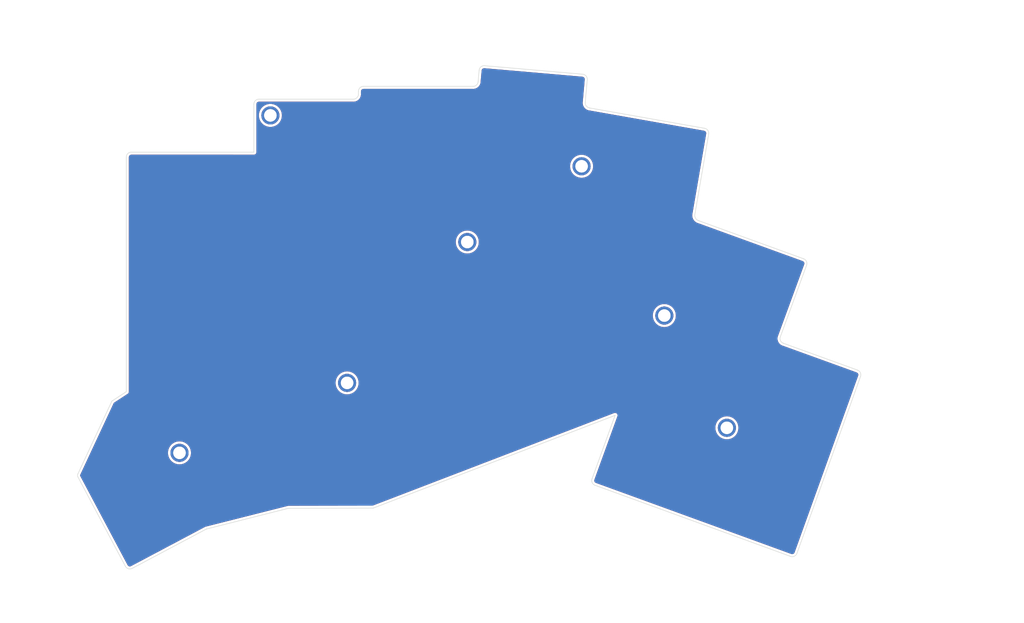
<source format=kicad_pcb>
(kicad_pcb (version 20210228) (generator pcbnew)
  (title_block (title "Bottom Plate - Enlarged") (date "2021-12-03") (rev "rev1"))
  (layers (0 "F.Cu" signal) (31 "B.Cu" signal) (34 "B.Paste" user) (35 "F.Paste" user) (36 "B.SilkS" user "B.Silkscreen") (37 "F.SilkS" user "F.Silkscreen") (38 "B.Mask" user) (39 "F.Mask" user) (44 "Edge.Cuts" user))
  (net 0 "")
  (footprint "kbd:M2_Hole_TH" (layer "F.Cu") (at 83.078383 106.483765)
    (fp_text reference "" (at 0 -3.2) (layer "F.SilkS"))
    (fp_text value "")
    (pad "" thru_hole circle (at 0 0) (size 3.6 3.6) (drill 2.5) (layers *.Cu *.Mask))
  )
  (footprint "" (layer "F.Cu") (at 163.638383 49.023765)
    (fp_text reference "" (at 0 0) (layer "F.SilkS") (effects (font (size 1.27 1.27))))
    (fp_text value "" (at 0 0) (layer "F.SilkS") (effects (font (size 1.27 1.27))))
    (pad "" thru_hole circle (at 0 0) (size 3.6 3.6) (drill 2.5) (layers *.Cu *.Mask))
  )
  (footprint "kbd:M2_Hole_TH" (layer "F.Cu") (at 192.747304 101.463765)
    (fp_text reference "" (at 0 -3.2) (layer "F.SilkS"))
    (fp_text value "")
    (pad "" thru_hole circle (at 0 0) (size 3.6 3.6) (drill 2.5) (layers *.Cu *.Mask))
  )
  (footprint "" (layer "F.Cu") (at 83.078383 106.483765)
    (fp_text reference "" (at 0 0) (layer "F.SilkS") (effects (font (size 1.27 1.27))))
    (fp_text value "" (at 0 0) (layer "F.SilkS") (effects (font (size 1.27 1.27))))
    (pad "" thru_hole circle (at 0 0) (size 3.6 3.6) (drill 2.5) (layers *.Cu *.Mask))
  )
  (footprint "kbd:M2_Hole_TH" (layer "F.Cu") (at 116.658383 92.453765)
    (fp_text reference "" (at 0 -3.2) (layer "F.SilkS"))
    (fp_text value "")
    (pad "" thru_hole circle (at 0 0) (size 3.6 3.6) (drill 2.5) (layers *.Cu *.Mask))
  )
  (footprint "kbd:M2_Hole_TH" (layer "F.Cu") (at 163.638383 49.023765)
    (fp_text reference "" (at 0 -3.2) (layer "F.SilkS"))
    (fp_text value "")
    (pad "" thru_hole circle (at 0 0) (size 3.6 3.6) (drill 2.5) (layers *.Cu *.Mask))
  )
  (footprint "" (layer "F.Cu") (at 180.213383 78.958765)
    (fp_text reference "" (at 0 0) (layer "F.SilkS") (effects (font (size 1.27 1.27))))
    (fp_text value "" (at 0 0) (layer "F.SilkS") (effects (font (size 1.27 1.27))))
    (pad "" thru_hole circle (at 0 0) (size 3.6 3.6) (drill 2.5) (layers *.Cu *.Mask))
  )
  (footprint "kbd:M2_Hole_TH" (layer "F.Cu") (at 101.288383 38.823765)
    (fp_text reference "" (at 0 -3.2) (layer "F.SilkS"))
    (fp_text value "")
    (pad "" thru_hole circle (at 0 0) (size 3.6 3.6) (drill 2.5) (layers *.Cu *.Mask))
  )
  (footprint "" (layer "F.Cu") (at 192.747304 101.463765)
    (fp_text reference "" (at 0 0) (layer "F.SilkS") (effects (font (size 1.27 1.27))))
    (fp_text value "" (at 0 0) (layer "F.SilkS") (effects (font (size 1.27 1.27))))
    (pad "" thru_hole circle (at 0 0) (size 3.6 3.6) (drill 2.5) (layers *.Cu *.Mask))
  )
  (footprint "" (layer "F.Cu") (at 101.288383 38.823765)
    (fp_text reference "" (at 0 0) (layer "F.SilkS") (effects (font (size 1.27 1.27))))
    (fp_text value "" (at 0 0) (layer "F.SilkS") (effects (font (size 1.27 1.27))))
    (pad "" thru_hole circle (at 0 0) (size 3.6 3.6) (drill 2.5) (layers *.Cu *.Mask))
  )
  (footprint "" (layer "F.Cu") (at 140.738383 64.213765)
    (fp_text reference "" (at 0 0) (layer "F.SilkS") (effects (font (size 1.27 1.27))))
    (fp_text value "" (at 0 0) (layer "F.SilkS") (effects (font (size 1.27 1.27))))
    (pad "" thru_hole circle (at 0 0) (size 3.6 3.6) (drill 2.5) (layers *.Cu *.Mask))
  )
  (footprint "" (layer "F.Cu") (at 116.658383 92.453765)
    (fp_text reference "" (at 0 0) (layer "F.SilkS") (effects (font (size 1.27 1.27))))
    (fp_text value "" (at 0 0) (layer "F.SilkS") (effects (font (size 1.27 1.27))))
    (pad "" thru_hole circle (at 0 0) (size 3.6 3.6) (drill 2.5) (layers *.Cu *.Mask))
  )
  (footprint "kbd:M2_Hole_TH" (layer "F.Cu") (at 140.738383 64.213765)
    (fp_text reference "" (at 0 -3.2) (layer "F.SilkS"))
    (fp_text value "")
    (pad "" thru_hole circle (at 0 0) (size 3.6 3.6) (drill 2.5) (layers *.Cu *.Mask))
  )
  (footprint "kbd:M2_Hole_TH" (layer "F.Cu") (at 180.213383 78.958765)
    (fp_text reference "" (at 0 -3.2) (layer "F.SilkS"))
    (fp_text value "")
    (pad "" thru_hole circle (at 0 0) (size 3.6 3.6) (drill 2.5) (layers *.Cu *.Mask))
  )
  (gr_line (start 69.528383 96.113765) (end 72.418383 94.223765) (layer "Edge.Cuts") (width 0.1))
  (gr_arc (start 207.783379 68.509229) (end 208.130933 67.571367) (angle 90) (layer "Edge.Cuts") (width 0.1))
  (gr_arc (start 218.589457 90.831176) (end 218.937011 89.893314) (angle 90) (layer "Edge.Cuts") (width 0.1))
  (gr_arc (start 73.126688 128.761445) (end 73.588628 129.655192) (angle 89.33252867) (layer "Edge.Cuts") (width 0.1))
  (gr_arc (start 119.935625 33.999294) (end 118.929625 33.987574) (angle 89.33252867) (layer "Edge.Cuts") (width 0.1))
  (gr_line (start 206.778834 126.652393) (end 219.527319 91.17873) (layer "Edge.Cuts") (width 0.1))
  (gr_line (start 62.71286 111.293765) (end 72.238383 129.233765) (layer "Edge.Cuts") (width 0.1))
  (gr_line (start 88.460468 121.764253) (end 73.588628 129.655192) (layer "Edge.Cuts") (width 0.1))
  (gr_line (start 104.922172 117.601227) (end 121.872622 117.572064) (layer "Edge.Cuts") (width 0.1))
  (gr_line (start 104.922172 117.601227) (end 88.460468 121.764253) (layer "Edge.Cuts") (width 0.1))
  (gr_line (start 164.776176 31.653638) (end 164.368654 36.243791) (layer "Edge.Cuts") (width 0.1))
  (gr_arc (start 117.923613 34.558224) (end 118.929625 34.569956) (angle 89.33116989) (layer "Edge.Cuts") (width 0.1))
  (gr_line (start 121.872622 117.572064) (end 170.340351 98.976248) (layer "Edge.Cuts") (width 0.1))
  (gr_line (start 192.332715 122.448008) (end 166.319755 112.984216) (layer "Edge.Cuts") (width 0.1))
  (gr_line (start 97.979004 46.193765) (end 73.427242 46.189461) (layer "Edge.Cuts") (width 0.1))
  (gr_line (start 62.72286 110.703765) (end 69.528383 96.113765) (layer "Edge.Cuts") (width 0.1))
  (gr_arc (start 205.840972 126.304839) (end 206.778834 126.652393) (angle 90) (layer "Edge.Cuts") (width 0.1))
  (gr_arc (start 98.985625 36.569833) (end 97.979625 36.558113) (angle 89.33252867) (layer "Edge.Cuts") (width 0.1))
  (gr_line (start 118.929625 33.987574) (end 118.929625 34.569956) (layer "Edge.Cuts") (width 0.1))
  (gr_line (start 186.319133 58.781669) (end 189.101696 42.570714) (layer "Edge.Cuts") (width 0.1))
  (gr_line (start 119.935625 32.993226) (end 141.908383 32.994564) (layer "Edge.Cuts") (width 0.1))
  (gr_arc (start 163.773937 31.565953) (end 163.873291 30.564803) (angle 89.33252867) (layer "Edge.Cuts") (width 0.1))
  (gr_arc (start 188.110913 42.396012) (end 188.297145 41.407331) (angle 89.33252867) (layer "Edge.Cuts") (width 0.1))
  (gr_arc (start 73.427242 47.195529) (end 72.421242 47.183809) (angle 89.33252867) (layer "Edge.Cuts") (width 0.1))
  (gr_arc (start 141.908383 31.993765) (end 141.908383 32.994564) (angle -85.14690361) (layer "Edge.Cuts") (width 0.1))
  (gr_arc (start 166.667309 112.046354) (end 166.319755 112.984216) (angle 90) (layer "Edge.Cuts") (width 0.1))
  (gr_line (start 97.979625 36.558113) (end 97.979004 46.193765) (layer "Edge.Cuts") (width 0.1))
  (gr_arc (start 63.308088 111.008769) (end 62.72286 110.703765) (angle -53.11239451) (layer "Edge.Cuts") (width 0.1))
  (gr_line (start 205.493418 127.242701) (end 192.332715 122.448008) (layer "Edge.Cuts") (width 0.1))
  (gr_line (start 142.905594 32.078434) (end 143.109421 29.758857) (layer "Edge.Cuts") (width 0.1))
  (gr_line (start 188.297145 41.407331) (end 165.271538 37.332626) (layer "Edge.Cuts") (width 0.1))
  (gr_line (start 170.340351 98.976248) (end 165.729447 111.6988) (layer "Edge.Cuts") (width 0.1))
  (gr_arc (start 144.110571 29.858211) (end 143.109421 29.758857) (angle 89.33252867) (layer "Edge.Cuts") (width 0.1))
  (gr_line (start 218.937011 89.893314) (end 204.052613 84.504062) (layer "Edge.Cuts") (width 0.1))
  (gr_line (start 144.198256 28.855972) (end 163.873291 30.564803) (layer "Edge.Cuts") (width 0.1))
  (gr_line (start 208.130933 67.571367) (end 187.123684 59.945052) (layer "Edge.Cuts") (width 0.1))
  (gr_line (start 203.462305 83.218646) (end 208.721241 68.856783) (layer "Edge.Cuts") (width 0.1))
  (gr_arc (start 187.453203 58.85728) (end 187.123684 59.945052) (angle 76.96124737) (layer "Edge.Cuts") (width 0.1))
  (gr_arc (start 204.400167 83.5662) (end 204.052613 84.504062) (angle 90) (layer "Edge.Cuts") (width 0.1))
  (gr_line (start 117.923625 35.564304) (end 98.985625 35.563765) (layer "Edge.Cuts") (width 0.1))
  (gr_line (start 72.423906 94.223765) (end 72.421242 47.183809) (layer "Edge.Cuts") (width 0.1))
  (gr_arc (start 165.414223 36.295546) (end 165.271538 37.332626) (angle 85) (layer "Edge.Cuts") (width 0.1))
  (gr_text "" (at 147.662066 40.64444) (layer "F.SilkS") (effects (font (size 1.27 1.27))))
  (gr_text "" (at 193.164659 88.598857) (layer "F.SilkS") (effects (font (size 1.27 1.27))))
  (gr_text "" (at 193.164659 88.598857) (layer "F.SilkS") (effects (font (size 1.27 1.27))))
  (gr_text "" (at 147.662066 40.64444) (layer "F.SilkS") (effects (font (size 1.27 1.27))))
  (gr_text "" (at 197.604706 90.214903) (layer "F.SilkS") (effects (font (size 1.27 1.27))))
  (gr_text "" (at 95.125089 98.342362) (layer "F.SilkS") (effects (font (size 1.27 1.27))))
  (gr_text "" (at 95.125089 98.342362) (layer "F.SilkS") (effects (font (size 1.27 1.27))))
  (gr_text "" (at 197.604706 90.214903) (layer "F.SilkS") (effects (font (size 1.27 1.27))))
  (zone (net 0) (net_name "") (layers F&B.Cu) (connect_pads (clearance 0.508)) (min_thickness 0.254) (fill yes (thermal_gap 0.508) (thermal_bridge_width 0.508))
    (polygon (pts (xy 243.198383 16.793765) (xy 252.298383 136.193765) (xy 55.288383 140.643765) (xy 47.118383 15.683765)))
  )
)
</source>
